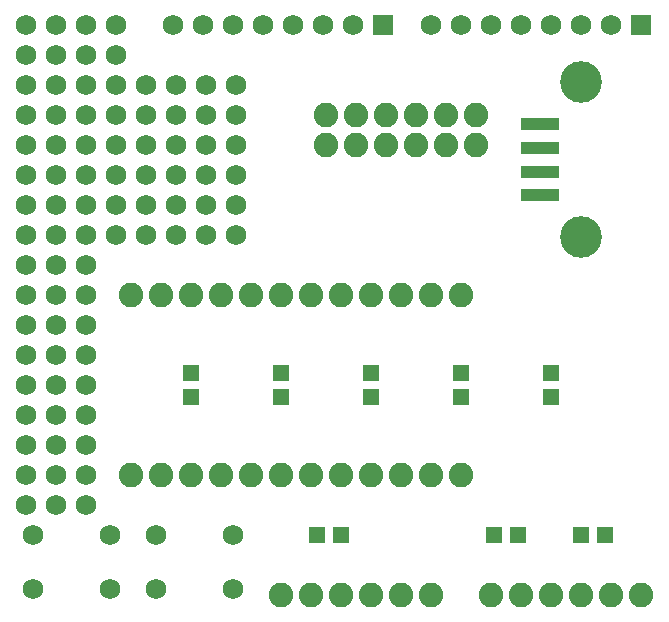
<source format=gts>
G75*
G70*
%OFA0B0*%
%FSLAX24Y24*%
%IPPOS*%
%LPD*%
%AMOC8*
5,1,8,0,0,1.08239X$1,22.5*
%
%ADD10C,0.0820*%
%ADD11R,0.0680X0.0680*%
%ADD12C,0.0680*%
%ADD13R,0.0580X0.0580*%
%ADD14C,0.1390*%
%ADD15R,0.1261X0.0434*%
D10*
X004752Y005554D03*
X005752Y005554D03*
X006752Y005554D03*
X007752Y005554D03*
X008752Y005554D03*
X009752Y005554D03*
X010752Y005554D03*
X011752Y005554D03*
X012752Y005554D03*
X013752Y005554D03*
X014752Y005554D03*
X015752Y005554D03*
X016752Y001554D03*
X017752Y001554D03*
X018752Y001554D03*
X019752Y001554D03*
X020752Y001554D03*
X021752Y001554D03*
X014752Y001554D03*
X013752Y001554D03*
X012752Y001554D03*
X011752Y001554D03*
X010752Y001554D03*
X009752Y001554D03*
X009752Y011554D03*
X008752Y011554D03*
X007752Y011554D03*
X006752Y011554D03*
X005752Y011554D03*
X004752Y011554D03*
X010752Y011554D03*
X011752Y011554D03*
X012752Y011554D03*
X013752Y011554D03*
X014752Y011554D03*
X015752Y011554D03*
X015252Y016554D03*
X016252Y016554D03*
X016252Y017554D03*
X015252Y017554D03*
X014252Y017554D03*
X013252Y017554D03*
X012252Y017554D03*
X011252Y017554D03*
X011252Y016554D03*
X012252Y016554D03*
X013252Y016554D03*
X014252Y016554D03*
D11*
X013152Y020554D03*
X021752Y020554D03*
D12*
X001472Y001764D03*
X001472Y003544D03*
X001252Y004554D03*
X002252Y004554D03*
X003252Y004554D03*
X004032Y003544D03*
X005572Y003544D03*
X005572Y001764D03*
X004032Y001764D03*
X008132Y001764D03*
X008132Y003544D03*
X003252Y005554D03*
X002252Y005554D03*
X001252Y005554D03*
X001252Y006554D03*
X002252Y006554D03*
X003252Y006554D03*
X003252Y007554D03*
X002252Y007554D03*
X001252Y007554D03*
X001252Y008554D03*
X002252Y008554D03*
X003252Y008554D03*
X003252Y009554D03*
X002252Y009554D03*
X001252Y009554D03*
X001252Y010554D03*
X002252Y010554D03*
X003252Y010554D03*
X003252Y011554D03*
X002252Y011554D03*
X001252Y011554D03*
X001252Y012554D03*
X002252Y012554D03*
X003252Y012554D03*
X003252Y013554D03*
X004252Y013554D03*
X005252Y013554D03*
X006252Y013554D03*
X007252Y013554D03*
X008252Y013554D03*
X008252Y014554D03*
X007252Y014554D03*
X006252Y014554D03*
X005252Y014554D03*
X004252Y014554D03*
X003252Y014554D03*
X002252Y014554D03*
X002252Y013554D03*
X001252Y013554D03*
X001252Y014554D03*
X001252Y015554D03*
X002252Y015554D03*
X003252Y015554D03*
X004252Y015554D03*
X005252Y015554D03*
X006252Y015554D03*
X007252Y015554D03*
X008252Y015554D03*
X008252Y016554D03*
X007252Y016554D03*
X006252Y016554D03*
X005252Y016554D03*
X004252Y016554D03*
X003252Y016554D03*
X002252Y016554D03*
X001252Y016554D03*
X001252Y017554D03*
X002252Y017554D03*
X003252Y017554D03*
X004252Y017554D03*
X005252Y017554D03*
X006252Y017554D03*
X007252Y017554D03*
X008252Y017554D03*
X008252Y018554D03*
X007252Y018554D03*
X006252Y018554D03*
X005252Y018554D03*
X004252Y018554D03*
X003252Y018554D03*
X002252Y018554D03*
X001252Y018554D03*
X001252Y019554D03*
X002252Y019554D03*
X003252Y019554D03*
X004252Y019554D03*
X004252Y020554D03*
X003252Y020554D03*
X002252Y020554D03*
X001252Y020554D03*
X006152Y020554D03*
X007152Y020554D03*
X008152Y020554D03*
X009152Y020554D03*
X010152Y020554D03*
X011152Y020554D03*
X012152Y020554D03*
X014752Y020554D03*
X015752Y020554D03*
X016752Y020554D03*
X017752Y020554D03*
X018752Y020554D03*
X019752Y020554D03*
X020752Y020554D03*
D13*
X018752Y008954D03*
X018752Y008154D03*
X015752Y008154D03*
X015752Y008954D03*
X012752Y008954D03*
X012752Y008154D03*
X009752Y008154D03*
X009752Y008954D03*
X006752Y008954D03*
X006752Y008154D03*
X010952Y003554D03*
X011752Y003554D03*
X016852Y003554D03*
X017652Y003554D03*
X019752Y003554D03*
X020552Y003554D03*
D14*
X019752Y013469D03*
X019752Y018639D03*
D15*
X018394Y017235D03*
X018394Y016448D03*
X018394Y015661D03*
X018394Y014873D03*
M02*

</source>
